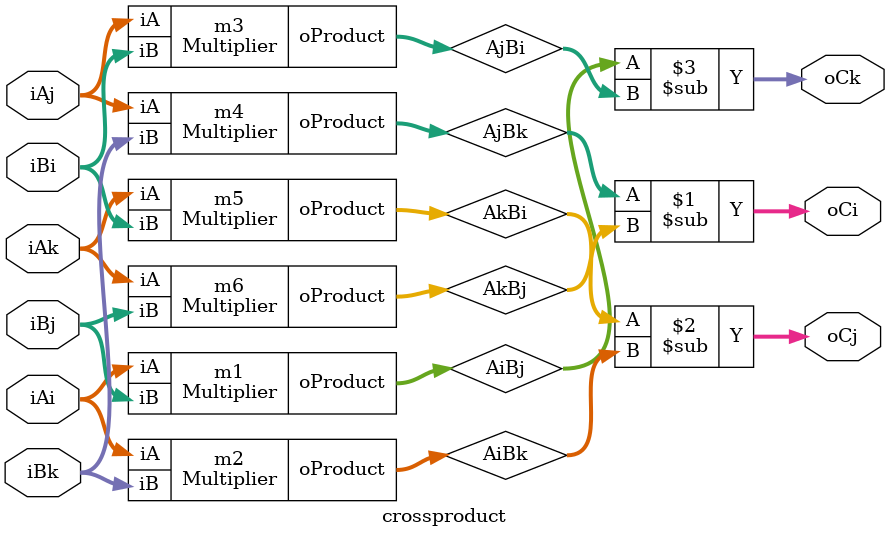
<source format=v>
module Multiplier( iA , iB , oProduct);

input signed   [17:0] iA,iB;
output [17:0] oProduct;
wire signed [17:0] oProduct;

wire signed [35:0] temp;

assign temp = iA * iB ;
 
assign oProduct = {temp[35],temp[24:8]};  

endmodule
//---------------------------------------

//-----------DIVIDER-----------------
module Divider( iA, iB , oResult);

input signed [17:0] iA,iB;
output signed [17:0] oResult;


wire signed [35:0] temp;
wire signed [17:0] temp2;

assign temp = iA << 8 ;
assign temp2 = temp/iB;

//assign oResult = {temp2[35],temp2[23:8]};
assign oResult = temp2;

endmodule
//---------------------------------------

//-----------SQUARE ROOT-----------------
module SquareRoot(iClk,iNum,oR,iStart,oDone,iReset);

input iClk;
input iReset;
input iStart;
input [17:0] iNum;

output [17:0] oR;
output oDone;
//reg [17:0] oR;
reg oDone;

wire [31:0] SqTemp;
reg [31:0] remHi;
reg [31:0] remLo;
reg [31:0] root;
reg [31:0] testDiv;

reg [2:0] state;
reg last_start;
reg [4:0] Count;
wire [17:0] Div;

parameter [2:0] INIT= 3'd0,ONE = 3'd1, TWO = 3'd2,THREE = 3'd3, IDLE = 3'd4; 

wire signed [35:0] temp;
wire Div1,Div4,Div16,Div64;
wire [17:0] SqI;

assign Div1 = iNum < 18'h2_00;
assign Div4 = ((iNum >> 2) < 18'h2_00);
assign Div16 = ((iNum >> 4) < 18'h2_00);
assign Div64 = ((iNum >> 8) < 18'h2_00);

assign Div = Div1? 18'h1_00 :
			 (Div4? 18'h2_00 :
			 (Div16? 18'h4_00 : 18'h10_00));

assign SqI =  Div1? iNum :			
			 (Div4? (iNum >> 2) :
			 (Div16? (iNum >> 4) : (iNum >> 8)));  

assign SqTemp = { 1'b0,SqI[8:0],22'b0};


assign temp = oDone?  Div * {8'b0,root[30:21]}: 36'd0;
assign oR = /*oDone? root[31:13]: 18'h0;*/{temp[35],temp[24:8]};  

always @ (posedge iClk)begin
	if ( iReset ) begin
		root <= 0; /* Clear root */
		remHi <= 0; /* Clear high part of partial remainder */
//		state <= IDLE;
		state <= INIT;
		oDone <= 1'b0;
		Count <= 5'd0;
		last_start <= 1'b0;
	end
	
	case (state)
	
	IDLE : begin
			if( iStart && ~last_start ) begin
				last_start <=1'b1;
				state<= INIT;
				oDone <= 1'b0;
			end 
			else if ( ~iStart && last_start )begin
				last_start <= 1'b0;
				state <= IDLE;
			end
			else
			begin
				state <= IDLE;
			end
		   end
	INIT: begin
		    root <= 0; /* Clear root */
			remHi <= 0; /* Clear high part of partial remainder */
			remLo <= SqTemp; /* Get argument into low part of partial remainder */
			state <= ONE;
			Count <= 5'd0;
		  end
	ONE: begin
			if( Count  < 5'd30 ) begin
		     	remHi <= (remHi << 2'd2) | (remLo >> 5'd30); 
				root <= root << 1'b1;
				Count <= Count + 1'b1;
				state <= TWO;
			end
			else begin
				state <= IDLE;
//				oR <= root;
				oDone <= 1'b1;
			end	
		 end
	TWO:begin
			remLo <= remLo << 2'd2;
			testDiv <= (root << 1'b1) + 1'b1;
			state <= THREE;
	    end
	THREE: begin
		if (remHi >= testDiv) begin
			remHi <= remHi - testDiv;
			root <= root + 2'd1;
		end	
		else begin
			remHi <= remHi;
			root <= root ;
		end	
		state <= ONE;
	end
  endcase
end

endmodule
//---------------------------------------

//-------------NORM----------------------
module norm ( iClk,
			  iReset,
			  iStart,
			  iI1,
			  iJ1,
			  iK1,
			  oN,
			  oDone
			);

input iClk;
input iReset;
input iStart;
			
input [17:0] iI1;
input [17:0] iJ1;
input [17:0] iK1;
output [17:0] oN;
output oDone;

wire [17:0] sqrI, sqrJ, sqrK;
wire [17:0] sqrSum;
wire [17:0] tempRoot;

Multiplier sq1( .iA(iI1) ,
 			   .iB(iI1) , 
			   .oProduct(sqrI)
			  );

Multiplier sq2( .iA(iJ1) ,
 			   .iB(iJ1) , 
			   .oProduct(sqrJ)
			  );
			
Multiplier sq3( .iA(iK1) ,
 			   .iB(iK1) , 
			   .oProduct(sqrK)
			  );

assign sqrSum = sqrI + sqrJ + sqrK;
			
SquareRoot	s1(.iClk(iClk),
			   .iNum(sqrSum),
			   .oR(tempRoot), 
			   .iStart(/*1'h1*/iStart), 
			   .oDone(oDone), 
			   .iReset(iReset)
			);
			
assign oN = oDone? tempRoot : 18'd0;
			
endmodule
//--------------------------------------


//-------------NORMALIZE-------------
module  normalize(  iClk,
					iReset,
					iStart,
					iAi,
					iAj,
					iAk,
					oAi,
					oAj,
					oAk,
					oDone
					);
					
input iClk,iReset;
input [17:0] iAi,iAj,iAk;
input iStart;

output [17:0] oAi,oAj,oAk;
output oDone;

wire [17:0] normA;

norm n1 ( .iClk(iClk),
		  .iReset(iReset),
		  .iI1(iAi),
		  .iJ1(iAj),
		  .iK1(iAk),
		  .oN(normA),
		  .oDone(oDone),
		  .iStart(iStart)
		);
			
Divider  d1 ( .iA(iAi),
			  .iB(normA) ,
			  .oResult(oAi)
			);
			
Divider  d2 ( .iA(iAj),
			  .iB(normA) ,
			  .oResult(oAj)
			);
			
Divider  d3 ( .iA(iAk),
			  .iB(normA) ,
			  .oResult(oAk)
			);

endmodule

//--------------------------------------


//-------------CROSS PRODUCT-------------
module crossproduct(
					iAi,iAj,iAk,
					iBi,iBj,iBk,
					oCi,oCj,oCk
					);
					
input signed [17:0] iAi,iAj,iAk;
input signed [17:0] iBi,iBj,iBk;

output signed [17:0] oCi,oCj,oCk;

wire signed [17:0]  AiBj,AiBk,AjBi,AjBk,AkBi,AkBj;

Multiplier m1( .iA(iAi) ,
 			   .iB(iBj) , 
			   .oProduct(AiBj)
			  );
			
Multiplier m2( .iA(iAi) ,
 			   .iB(iBk) , 
			   .oProduct(AiBk)
			  );
			
Multiplier m3( .iA(iAj) ,
 			   .iB(iBi) , 
			   .oProduct(AjBi)
			  );
			
Multiplier m4( .iA(iAj) ,
 			   .iB(iBk) , 
			   .oProduct(AjBk)
			  );
			
Multiplier m5( .iA(iAk) ,
 			   .iB(iBi) , 
			   .oProduct(AkBi)
			  );
			
Multiplier m6( .iA(iAk) ,
 			   .iB(iBj) , 
			   .oProduct(AkBj)
			  );
			
assign oCi = AjBk - AkBj;
assign oCj = AkBi - AiBk;
assign oCk = AiBj - AjBi;

endmodule

//--------------------------------------

</source>
